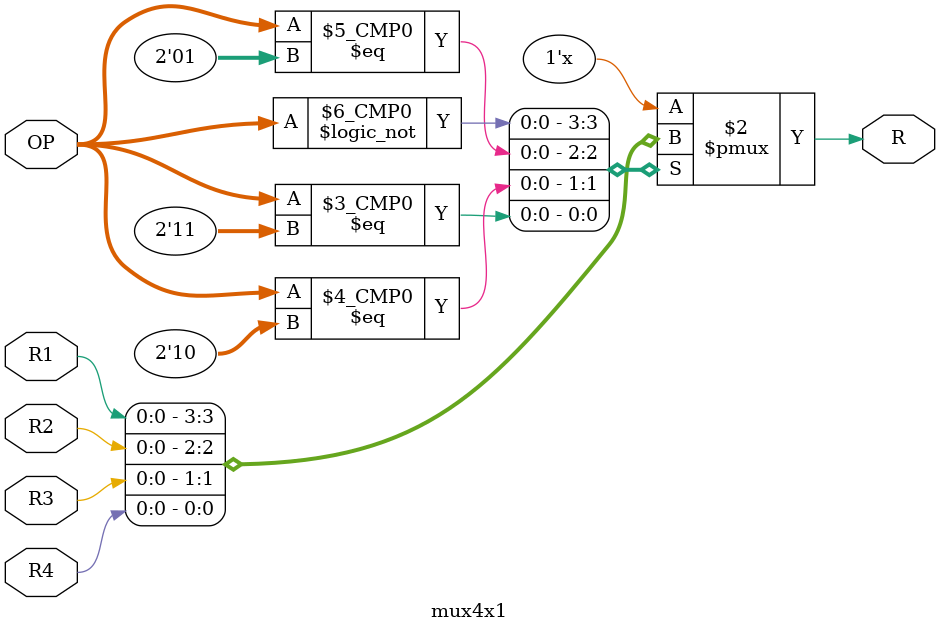
<source format=v>
`timescale 1ns / 1ps

module mux4x1(
    output reg R,
    input R1,
    input R2,
    input R3,
    input R4,
    input [1:0] OP
    );
	 
	 always @ (*) begin
		case (OP)
			2'b00: R = R1;
			2'b01: R = R2;
			2'b10: R = R3;
			2'b11: R = R4;
		endcase
	 end
endmodule

</source>
